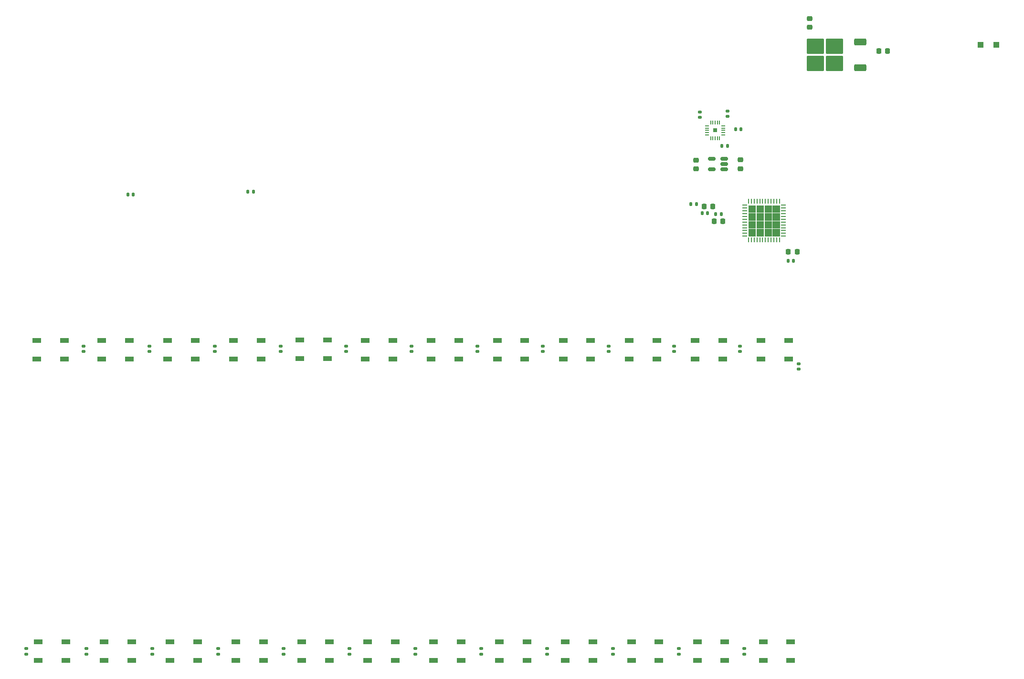
<source format=gbr>
%TF.GenerationSoftware,KiCad,Pcbnew,7.0.1*%
%TF.CreationDate,2023-04-13T13:13:18+09:00*%
%TF.ProjectId,autoharpie,6175746f-6861-4727-9069-652e6b696361,rev?*%
%TF.SameCoordinates,Original*%
%TF.FileFunction,Paste,Top*%
%TF.FilePolarity,Positive*%
%FSLAX46Y46*%
G04 Gerber Fmt 4.6, Leading zero omitted, Abs format (unit mm)*
G04 Created by KiCad (PCBNEW 7.0.1) date 2023-04-13 13:13:18*
%MOMM*%
%LPD*%
G01*
G04 APERTURE LIST*
G04 Aperture macros list*
%AMRoundRect*
0 Rectangle with rounded corners*
0 $1 Rounding radius*
0 $2 $3 $4 $5 $6 $7 $8 $9 X,Y pos of 4 corners*
0 Add a 4 corners polygon primitive as box body*
4,1,4,$2,$3,$4,$5,$6,$7,$8,$9,$2,$3,0*
0 Add four circle primitives for the rounded corners*
1,1,$1+$1,$2,$3*
1,1,$1+$1,$4,$5*
1,1,$1+$1,$6,$7*
1,1,$1+$1,$8,$9*
0 Add four rect primitives between the rounded corners*
20,1,$1+$1,$2,$3,$4,$5,0*
20,1,$1+$1,$4,$5,$6,$7,0*
20,1,$1+$1,$6,$7,$8,$9,0*
20,1,$1+$1,$8,$9,$2,$3,0*%
G04 Aperture macros list end*
%ADD10C,0.100000*%
%ADD11R,1.500000X0.900000*%
%ADD12RoundRect,0.140000X-0.140000X-0.170000X0.140000X-0.170000X0.140000X0.170000X-0.140000X0.170000X0*%
%ADD13RoundRect,0.225000X-0.225000X-0.250000X0.225000X-0.250000X0.225000X0.250000X-0.225000X0.250000X0*%
%ADD14RoundRect,0.140000X0.170000X-0.140000X0.170000X0.140000X-0.170000X0.140000X-0.170000X-0.140000X0*%
%ADD15RoundRect,0.140000X-0.170000X0.140000X-0.170000X-0.140000X0.170000X-0.140000X0.170000X0.140000X0*%
%ADD16RoundRect,0.140000X0.140000X0.170000X-0.140000X0.170000X-0.140000X-0.170000X0.140000X-0.170000X0*%
%ADD17RoundRect,0.225000X0.250000X-0.225000X0.250000X0.225000X-0.250000X0.225000X-0.250000X-0.225000X0*%
%ADD18R,0.782599X0.229000*%
%ADD19R,0.229000X0.782599*%
%ADD20R,0.787400X0.787400*%
%ADD21RoundRect,0.150000X0.512500X0.150000X-0.512500X0.150000X-0.512500X-0.150000X0.512500X-0.150000X0*%
%ADD22RoundRect,0.250000X-0.300000X-0.300000X0.300000X-0.300000X0.300000X0.300000X-0.300000X0.300000X0*%
%ADD23RoundRect,0.250000X0.850000X0.350000X-0.850000X0.350000X-0.850000X-0.350000X0.850000X-0.350000X0*%
%ADD24RoundRect,0.250000X1.275000X1.125000X-1.275000X1.125000X-1.275000X-1.125000X1.275000X-1.125000X0*%
%ADD25RoundRect,0.225000X0.225000X0.250000X-0.225000X0.250000X-0.225000X-0.250000X0.225000X-0.250000X0*%
%ADD26R,0.858799X0.254800*%
%ADD27R,0.254800X0.858799*%
G04 APERTURE END LIST*
%TO.C,U6*%
D10*
X143142600Y-60885600D02*
X141920200Y-60885600D01*
X141920200Y-59688600D01*
X143142600Y-59688600D01*
X143142600Y-60885600D01*
G36*
X143142600Y-60885600D02*
G01*
X141920200Y-60885600D01*
X141920200Y-59688600D01*
X143142600Y-59688600D01*
X143142600Y-60885600D01*
G37*
X144565000Y-60885600D02*
X143342600Y-60885600D01*
X143342600Y-59688600D01*
X144565000Y-59688600D01*
X144565000Y-60885600D01*
G36*
X144565000Y-60885600D02*
G01*
X143342600Y-60885600D01*
X143342600Y-59688600D01*
X144565000Y-59688600D01*
X144565000Y-60885600D01*
G37*
X145987400Y-60885600D02*
X144765000Y-60885600D01*
X144765000Y-59688600D01*
X145987400Y-59688600D01*
X145987400Y-60885600D01*
G36*
X145987400Y-60885600D02*
G01*
X144765000Y-60885600D01*
X144765000Y-59688600D01*
X145987400Y-59688600D01*
X145987400Y-60885600D01*
G37*
X147409800Y-60885600D02*
X146187400Y-60885600D01*
X146187400Y-59688600D01*
X147409800Y-59688600D01*
X147409800Y-60885600D01*
G36*
X147409800Y-60885600D02*
G01*
X146187400Y-60885600D01*
X146187400Y-59688600D01*
X147409800Y-59688600D01*
X147409800Y-60885600D01*
G37*
X143142600Y-59488600D02*
X141920200Y-59488600D01*
X141920200Y-58291600D01*
X143142600Y-58291600D01*
X143142600Y-59488600D01*
G36*
X143142600Y-59488600D02*
G01*
X141920200Y-59488600D01*
X141920200Y-58291600D01*
X143142600Y-58291600D01*
X143142600Y-59488600D01*
G37*
X144565000Y-59488600D02*
X143342600Y-59488600D01*
X143342600Y-58291600D01*
X144565000Y-58291600D01*
X144565000Y-59488600D01*
G36*
X144565000Y-59488600D02*
G01*
X143342600Y-59488600D01*
X143342600Y-58291600D01*
X144565000Y-58291600D01*
X144565000Y-59488600D01*
G37*
X145987400Y-59488600D02*
X144765000Y-59488600D01*
X144765000Y-58291600D01*
X145987400Y-58291600D01*
X145987400Y-59488600D01*
G36*
X145987400Y-59488600D02*
G01*
X144765000Y-59488600D01*
X144765000Y-58291600D01*
X145987400Y-58291600D01*
X145987400Y-59488600D01*
G37*
X147409800Y-59488600D02*
X146187400Y-59488600D01*
X146187400Y-58291600D01*
X147409800Y-58291600D01*
X147409800Y-59488600D01*
G36*
X147409800Y-59488600D02*
G01*
X146187400Y-59488600D01*
X146187400Y-58291600D01*
X147409800Y-58291600D01*
X147409800Y-59488600D01*
G37*
X143142600Y-58091600D02*
X141920200Y-58091600D01*
X141920200Y-56894600D01*
X143142600Y-56894600D01*
X143142600Y-58091600D01*
G36*
X143142600Y-58091600D02*
G01*
X141920200Y-58091600D01*
X141920200Y-56894600D01*
X143142600Y-56894600D01*
X143142600Y-58091600D01*
G37*
X144565000Y-58091600D02*
X143342600Y-58091600D01*
X143342600Y-56894600D01*
X144565000Y-56894600D01*
X144565000Y-58091600D01*
G36*
X144565000Y-58091600D02*
G01*
X143342600Y-58091600D01*
X143342600Y-56894600D01*
X144565000Y-56894600D01*
X144565000Y-58091600D01*
G37*
X145987400Y-58091600D02*
X144765000Y-58091600D01*
X144765000Y-56894600D01*
X145987400Y-56894600D01*
X145987400Y-58091600D01*
G36*
X145987400Y-58091600D02*
G01*
X144765000Y-58091600D01*
X144765000Y-56894600D01*
X145987400Y-56894600D01*
X145987400Y-58091600D01*
G37*
X147409800Y-58091600D02*
X146187400Y-58091600D01*
X146187400Y-56894600D01*
X147409800Y-56894600D01*
X147409800Y-58091600D01*
G36*
X147409800Y-58091600D02*
G01*
X146187400Y-58091600D01*
X146187400Y-56894600D01*
X147409800Y-56894600D01*
X147409800Y-58091600D01*
G37*
X143142600Y-56694600D02*
X141920200Y-56694600D01*
X141920200Y-55497600D01*
X143142600Y-55497600D01*
X143142600Y-56694600D01*
G36*
X143142600Y-56694600D02*
G01*
X141920200Y-56694600D01*
X141920200Y-55497600D01*
X143142600Y-55497600D01*
X143142600Y-56694600D01*
G37*
X144565000Y-56694600D02*
X143342600Y-56694600D01*
X143342600Y-55497600D01*
X144565000Y-55497600D01*
X144565000Y-56694600D01*
G36*
X144565000Y-56694600D02*
G01*
X143342600Y-56694600D01*
X143342600Y-55497600D01*
X144565000Y-55497600D01*
X144565000Y-56694600D01*
G37*
X145987400Y-56694600D02*
X144765000Y-56694600D01*
X144765000Y-55497600D01*
X145987400Y-55497600D01*
X145987400Y-56694600D01*
G36*
X145987400Y-56694600D02*
G01*
X144765000Y-56694600D01*
X144765000Y-55497600D01*
X145987400Y-55497600D01*
X145987400Y-56694600D01*
G37*
X147409800Y-56694600D02*
X146187400Y-56694600D01*
X146187400Y-55497600D01*
X147409800Y-55497600D01*
X147409800Y-56694600D01*
G36*
X147409800Y-56694600D02*
G01*
X146187400Y-56694600D01*
X146187400Y-55497600D01*
X147409800Y-55497600D01*
X147409800Y-56694600D01*
G37*
%TD*%
D11*
%TO.C,D110*%
X15960000Y-132953800D03*
X15960000Y-136253800D03*
X20860000Y-136253800D03*
X20860000Y-132953800D03*
%TD*%
D12*
%TO.C,C37*%
X148920000Y-65356600D03*
X149880000Y-65356600D03*
%TD*%
D11*
%TO.C,D90*%
X55482727Y-82726300D03*
X55482727Y-79426300D03*
X50582727Y-79426300D03*
X50582727Y-82726300D03*
%TD*%
D13*
%TO.C,C38*%
X148975000Y-63700000D03*
X150525000Y-63700000D03*
%TD*%
D12*
%TO.C,C2*%
X53130000Y-53083800D03*
X54090000Y-53083800D03*
%TD*%
D14*
%TO.C,C17*%
X70545452Y-81416600D03*
X70545452Y-80456600D03*
%TD*%
D11*
%TO.C,D101*%
X121137274Y-132953800D03*
X121137274Y-136253800D03*
X126037274Y-136253800D03*
X126037274Y-132953800D03*
%TD*%
%TO.C,D99*%
X144510000Y-132953800D03*
X144510000Y-136253800D03*
X149410000Y-136253800D03*
X149410000Y-132953800D03*
%TD*%
D15*
%TO.C,C36*%
X141200000Y-134176600D03*
X141200000Y-135136600D03*
%TD*%
D11*
%TO.C,D100*%
X132823637Y-132953800D03*
X132823637Y-136253800D03*
X137723637Y-136253800D03*
X137723637Y-132953800D03*
%TD*%
D14*
%TO.C,C18*%
X82181815Y-81416600D03*
X82181815Y-80456600D03*
%TD*%
%TO.C,C20*%
X105454541Y-81416600D03*
X105454541Y-80456600D03*
%TD*%
D11*
%TO.C,D105*%
X74391822Y-132953800D03*
X74391822Y-136253800D03*
X79291822Y-136253800D03*
X79291822Y-132953800D03*
%TD*%
%TO.C,D93*%
X90555454Y-82726300D03*
X90555454Y-79426300D03*
X85655454Y-79426300D03*
X85655454Y-82726300D03*
%TD*%
D14*
%TO.C,C21*%
X117090904Y-81416600D03*
X117090904Y-80456600D03*
%TD*%
D15*
%TO.C,C33*%
X106181816Y-134176600D03*
X106181816Y-135136600D03*
%TD*%
D11*
%TO.C,D95*%
X113937272Y-82726300D03*
X113937272Y-79426300D03*
X109037272Y-79426300D03*
X109037272Y-82726300D03*
%TD*%
D15*
%TO.C,C29*%
X59490908Y-134176600D03*
X59490908Y-135136600D03*
%TD*%
D16*
%TO.C,C10*%
X134680000Y-56856600D03*
X133720000Y-56856600D03*
%TD*%
D11*
%TO.C,D106*%
X62705459Y-132953800D03*
X62705459Y-136253800D03*
X67605459Y-136253800D03*
X67605459Y-132953800D03*
%TD*%
D12*
%TO.C,C51*%
X139620000Y-41956600D03*
X140580000Y-41956600D03*
%TD*%
D17*
%TO.C,C6*%
X152800000Y-23831600D03*
X152800000Y-22281600D03*
%TD*%
D11*
%TO.C,D97*%
X137319090Y-82726300D03*
X137319090Y-79426300D03*
X132419090Y-79426300D03*
X132419090Y-82726300D03*
%TD*%
%TO.C,D89*%
X43791818Y-82726300D03*
X43791818Y-79426300D03*
X38891818Y-79426300D03*
X38891818Y-82726300D03*
%TD*%
D15*
%TO.C,C32*%
X94509089Y-134176600D03*
X94509089Y-135136600D03*
%TD*%
D14*
%TO.C,C23*%
X140363630Y-81416600D03*
X140363630Y-80456600D03*
%TD*%
%TO.C,C49*%
X133300000Y-39836600D03*
X133300000Y-38876600D03*
%TD*%
D11*
%TO.C,D104*%
X86078185Y-132953800D03*
X86078185Y-136253800D03*
X90978185Y-136253800D03*
X90978185Y-132953800D03*
%TD*%
D15*
%TO.C,C28*%
X47818181Y-134176600D03*
X47818181Y-135136600D03*
%TD*%
D18*
%TO.C,U7*%
X137407300Y-42956601D03*
X137407300Y-42556599D03*
X137407300Y-42156600D03*
X137407300Y-41756601D03*
X137407300Y-41356599D03*
D19*
X136800001Y-40749300D03*
X136399999Y-40749300D03*
X136000000Y-40749300D03*
X135600001Y-40749300D03*
X135199999Y-40749300D03*
D18*
X134592700Y-41356599D03*
X134592700Y-41756601D03*
X134592700Y-42156600D03*
X134592700Y-42556599D03*
X134592700Y-42956601D03*
D19*
X135199999Y-43563900D03*
X135600001Y-43563900D03*
X136000000Y-43563900D03*
X136399999Y-43563900D03*
X136800001Y-43563900D03*
D20*
X136000000Y-42156600D03*
%TD*%
D12*
%TO.C,C1*%
X31860000Y-53583800D03*
X32820000Y-53583800D03*
%TD*%
D11*
%TO.C,D91*%
X67223636Y-82653800D03*
X67223636Y-79353800D03*
X62323636Y-79353800D03*
X62323636Y-82653800D03*
%TD*%
D12*
%TO.C,C50*%
X137220000Y-44956600D03*
X138180000Y-44956600D03*
%TD*%
D11*
%TO.C,D88*%
X32100909Y-82726300D03*
X32100909Y-79426300D03*
X27200909Y-79426300D03*
X27200909Y-82726300D03*
%TD*%
%TO.C,D92*%
X78864545Y-82726300D03*
X78864545Y-79426300D03*
X73964545Y-79426300D03*
X73964545Y-82726300D03*
%TD*%
D15*
%TO.C,C24*%
X150800000Y-83620000D03*
X150800000Y-84580000D03*
%TD*%
D11*
%TO.C,D87*%
X20610000Y-82726300D03*
X20610000Y-79426300D03*
X15710000Y-79426300D03*
X15710000Y-82726300D03*
%TD*%
%TO.C,D108*%
X39332733Y-132953800D03*
X39332733Y-136253800D03*
X44232733Y-136253800D03*
X44232733Y-132953800D03*
%TD*%
D21*
%TO.C,U4*%
X137637500Y-49106600D03*
X137637500Y-48156600D03*
X137637500Y-47206600D03*
X135362500Y-47206600D03*
X135362500Y-49106600D03*
%TD*%
D11*
%TO.C,D107*%
X51019096Y-132953800D03*
X51019096Y-136253800D03*
X55919096Y-136253800D03*
X55919096Y-132953800D03*
%TD*%
D14*
%TO.C,C15*%
X47272726Y-81416600D03*
X47272726Y-80456600D03*
%TD*%
D11*
%TO.C,D102*%
X109450911Y-132953800D03*
X109450911Y-136253800D03*
X114350911Y-136253800D03*
X114350911Y-132953800D03*
%TD*%
D15*
%TO.C,C26*%
X24472727Y-134176600D03*
X24472727Y-135136600D03*
%TD*%
D14*
%TO.C,C19*%
X93818178Y-81416600D03*
X93818178Y-80456600D03*
%TD*%
D11*
%TO.C,D103*%
X97764548Y-132953800D03*
X97764548Y-136253800D03*
X102664548Y-136253800D03*
X102664548Y-132953800D03*
%TD*%
D14*
%TO.C,C16*%
X58909089Y-81416600D03*
X58909089Y-80456600D03*
%TD*%
D15*
%TO.C,C27*%
X36145454Y-134176600D03*
X36145454Y-135136600D03*
%TD*%
%TO.C,C30*%
X71163635Y-134176600D03*
X71163635Y-135136600D03*
%TD*%
D14*
%TO.C,C22*%
X128727267Y-81416600D03*
X128727267Y-80456600D03*
%TD*%
D17*
%TO.C,C3*%
X140500000Y-48956600D03*
X140500000Y-47406600D03*
%TD*%
D15*
%TO.C,C34*%
X117854543Y-134176600D03*
X117854543Y-135136600D03*
%TD*%
%TO.C,C35*%
X129527270Y-134176600D03*
X129527270Y-135136600D03*
%TD*%
D11*
%TO.C,D109*%
X27646370Y-132953800D03*
X27646370Y-136253800D03*
X32546370Y-136253800D03*
X32546370Y-132953800D03*
%TD*%
D22*
%TO.C,D13*%
X183100000Y-26956600D03*
X185900000Y-26956600D03*
%TD*%
D11*
%TO.C,D96*%
X125628181Y-82726300D03*
X125628181Y-79426300D03*
X120728181Y-79426300D03*
X120728181Y-82726300D03*
%TD*%
D14*
%TO.C,C13*%
X24000000Y-81416600D03*
X24000000Y-80456600D03*
%TD*%
%TO.C,C14*%
X35636363Y-81416600D03*
X35636363Y-80456600D03*
%TD*%
D13*
%TO.C,C5*%
X165025000Y-28056600D03*
X166575000Y-28056600D03*
%TD*%
D23*
%TO.C,U8*%
X161775000Y-31061600D03*
D24*
X157150000Y-30306600D03*
X157150000Y-27256600D03*
X153800000Y-30306600D03*
X153800000Y-27256600D03*
D23*
X161775000Y-26501600D03*
%TD*%
D15*
%TO.C,C31*%
X82836362Y-134176600D03*
X82836362Y-135136600D03*
%TD*%
D14*
%TO.C,C56*%
X138200000Y-39680000D03*
X138200000Y-38720000D03*
%TD*%
D25*
%TO.C,C9*%
X137375000Y-58256600D03*
X135825000Y-58256600D03*
%TD*%
D12*
%TO.C,C12*%
X131720000Y-55256600D03*
X132680000Y-55256600D03*
%TD*%
D16*
%TO.C,C8*%
X137080000Y-57056600D03*
X136120000Y-57056600D03*
%TD*%
D11*
%TO.C,D98*%
X149010000Y-82726300D03*
X149010000Y-79426300D03*
X144110000Y-79426300D03*
X144110000Y-82726300D03*
%TD*%
D26*
%TO.C,U6*%
X141238400Y-60941600D03*
X141238400Y-60441601D03*
X141238400Y-59941599D03*
X141238400Y-59441600D03*
X141238400Y-58941601D03*
X141238400Y-58441600D03*
X141238400Y-57941600D03*
X141238400Y-57441599D03*
X141238400Y-56941600D03*
X141238400Y-56441601D03*
X141238400Y-55941599D03*
X141238400Y-55441600D03*
D27*
X141915000Y-54765000D03*
X142414999Y-54765000D03*
X142915001Y-54765000D03*
X143415000Y-54765000D03*
X143914999Y-54765000D03*
X144415000Y-54765000D03*
X144915000Y-54765000D03*
X145415001Y-54765000D03*
X145915000Y-54765000D03*
X146414999Y-54765000D03*
X146915001Y-54765000D03*
X147415000Y-54765000D03*
D26*
X148091600Y-55441600D03*
X148091600Y-55941599D03*
X148091600Y-56441601D03*
X148091600Y-56941600D03*
X148091600Y-57441599D03*
X148091600Y-57941600D03*
X148091600Y-58441600D03*
X148091600Y-58941601D03*
X148091600Y-59441600D03*
X148091600Y-59941599D03*
X148091600Y-60441601D03*
X148091600Y-60941600D03*
D27*
X147415000Y-61618200D03*
X146915001Y-61618200D03*
X146414999Y-61618200D03*
X145915000Y-61618200D03*
X145415001Y-61618200D03*
X144915000Y-61618200D03*
X144415000Y-61618200D03*
X143914999Y-61618200D03*
X143415000Y-61618200D03*
X142915001Y-61618200D03*
X142414999Y-61618200D03*
X141915000Y-61618200D03*
%TD*%
D15*
%TO.C,C25*%
X13800000Y-134176600D03*
X13800000Y-135136600D03*
%TD*%
D25*
%TO.C,C11*%
X135575000Y-55656600D03*
X134025000Y-55656600D03*
%TD*%
D11*
%TO.C,D94*%
X102246363Y-82726300D03*
X102246363Y-79426300D03*
X97346363Y-79426300D03*
X97346363Y-82726300D03*
%TD*%
D17*
%TO.C,C4*%
X132640000Y-48984400D03*
X132640000Y-47434400D03*
%TD*%
M02*

</source>
